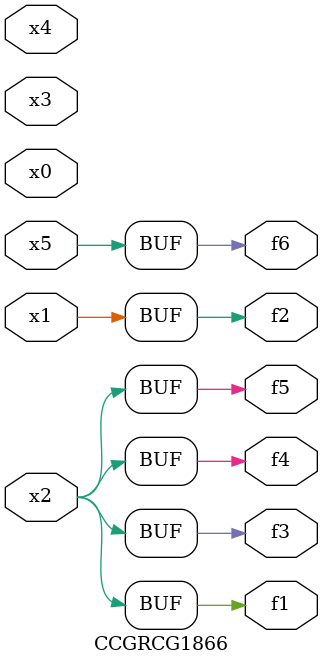
<source format=v>
module CCGRCG1866(
	input x0, x1, x2, x3, x4, x5,
	output f1, f2, f3, f4, f5, f6
);
	assign f1 = x2;
	assign f2 = x1;
	assign f3 = x2;
	assign f4 = x2;
	assign f5 = x2;
	assign f6 = x5;
endmodule

</source>
